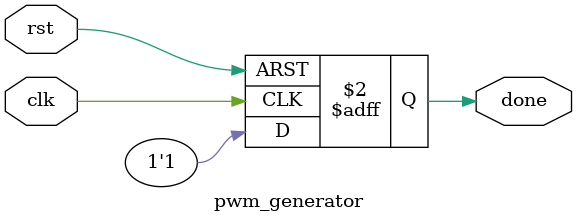
<source format=v>

module pwm_generator(input clk, input rst, output reg done);
    always @(posedge clk or posedge rst) begin
        if (rst)
            done <= 0;
        else
            done <= 1;
    end
endmodule

</source>
